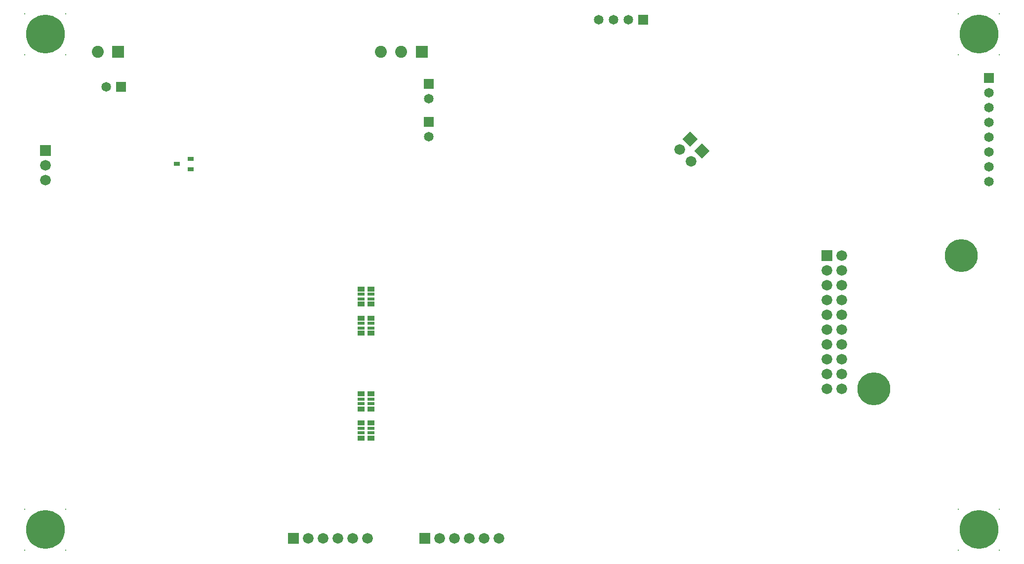
<source format=gbs>
G04 Layer_Color=16711935*
%FSLAX25Y25*%
%MOIN*%
G70*
G01*
G75*
%ADD115R,0.04931X0.02372*%
%ADD116R,0.04931X0.03356*%
%ADD144C,0.06506*%
%ADD145R,0.06506X0.06506*%
%ADD146R,0.07200X0.07200*%
%ADD147C,0.07200*%
%ADD148P,0.10182X4X360.0*%
%ADD149R,0.06506X0.06506*%
%ADD150C,0.26191*%
%ADD151R,0.08080X0.08080*%
%ADD152C,0.08080*%
%ADD153R,0.07200X0.07200*%
%ADD154C,0.22253*%
%ADD155C,0.00724*%
%ADD156R,0.04340X0.03159*%
D115*
X239567Y88189D02*
D03*
Y85039D02*
D03*
X232874Y88189D02*
D03*
Y85039D02*
D03*
X232874Y104724D02*
D03*
Y107874D02*
D03*
X239567Y104724D02*
D03*
Y107874D02*
D03*
X239567Y159055D02*
D03*
Y155905D02*
D03*
X232874Y159055D02*
D03*
Y155905D02*
D03*
X239567Y178740D02*
D03*
Y175591D02*
D03*
X232874Y178740D02*
D03*
Y175591D02*
D03*
D116*
X239567Y91713D02*
D03*
Y81516D02*
D03*
X232874Y91713D02*
D03*
Y81516D02*
D03*
X232874Y101201D02*
D03*
Y111398D02*
D03*
X239567Y101201D02*
D03*
Y111398D02*
D03*
X239567Y162579D02*
D03*
Y152382D02*
D03*
X232874Y162579D02*
D03*
Y152382D02*
D03*
X239567Y182264D02*
D03*
Y172067D02*
D03*
X232874Y182264D02*
D03*
Y172067D02*
D03*
D144*
X393228Y364173D02*
D03*
X403228D02*
D03*
X413228D02*
D03*
X278543Y285276D02*
D03*
Y310866D02*
D03*
X60866Y318898D02*
D03*
X656496Y254803D02*
D03*
Y264803D02*
D03*
Y274803D02*
D03*
Y284803D02*
D03*
Y294803D02*
D03*
Y304803D02*
D03*
Y314803D02*
D03*
D145*
X423228Y364173D02*
D03*
X70866Y318898D02*
D03*
D146*
X19685Y275748D02*
D03*
X547244Y204724D02*
D03*
D147*
X19685Y265748D02*
D03*
Y255748D02*
D03*
X447653Y276394D02*
D03*
X455527Y268519D02*
D03*
X237008Y13780D02*
D03*
X227008D02*
D03*
X217008D02*
D03*
X207008D02*
D03*
X197008D02*
D03*
X325590D02*
D03*
X315591D02*
D03*
X305591D02*
D03*
X295590D02*
D03*
X285591D02*
D03*
X557244Y114724D02*
D03*
Y124724D02*
D03*
X547244Y114724D02*
D03*
Y124724D02*
D03*
X557244Y134724D02*
D03*
Y144724D02*
D03*
X547244Y134724D02*
D03*
Y144724D02*
D03*
Y194724D02*
D03*
Y184724D02*
D03*
Y174724D02*
D03*
Y164724D02*
D03*
Y154724D02*
D03*
X557244Y204724D02*
D03*
Y194724D02*
D03*
Y184724D02*
D03*
Y174724D02*
D03*
Y164724D02*
D03*
Y154724D02*
D03*
D148*
X454724Y283465D02*
D03*
X462598Y275590D02*
D03*
D149*
X278543Y295276D02*
D03*
Y320866D02*
D03*
X656496Y324803D02*
D03*
D150*
X649606Y19685D02*
D03*
Y354331D02*
D03*
X19685D02*
D03*
Y19685D02*
D03*
D151*
X273622Y342520D02*
D03*
X68898D02*
D03*
D152*
X259842D02*
D03*
X246063D02*
D03*
X55118D02*
D03*
D153*
X187008Y13780D02*
D03*
X275590D02*
D03*
D154*
X637795Y204724D02*
D03*
X578740Y114724D02*
D03*
D155*
X635827Y33465D02*
D03*
X663386D02*
D03*
Y5906D02*
D03*
X635827D02*
D03*
Y340551D02*
D03*
X663386D02*
D03*
Y368110D02*
D03*
X635827D02*
D03*
X5906D02*
D03*
X33465D02*
D03*
Y340551D02*
D03*
X5906D02*
D03*
Y5906D02*
D03*
X33465D02*
D03*
Y33465D02*
D03*
X5906D02*
D03*
D156*
X108563Y266732D02*
D03*
X117815Y263189D02*
D03*
Y270276D02*
D03*
M02*

</source>
